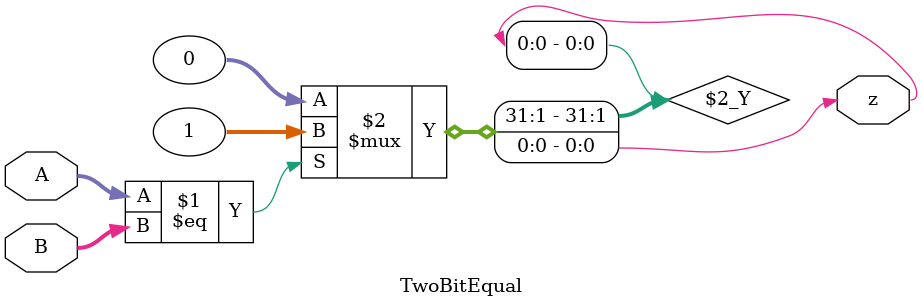
<source format=v>
module TwoBitEqual (
    input [1:0] A,
    input [1:0] B,
    output z
);
    // equality
    assign z = (A == B) ? 1 : 0;
endmodule
</source>
